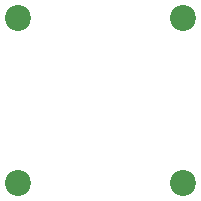
<source format=gbr>
%TF.GenerationSoftware,KiCad,Pcbnew,6.0.10+dfsg-1~bpo11+1*%
%TF.CreationDate,2023-02-10T23:45:53+00:00*%
%TF.ProjectId,kicad-automation-test,6b696361-642d-4617-9574-6f6d6174696f,rev?*%
%TF.SameCoordinates,Original*%
%TF.FileFunction,NonPlated,1,2,NPTH,Drill*%
%TF.FilePolarity,Positive*%
%FSLAX46Y46*%
G04 Gerber Fmt 4.6, Leading zero omitted, Abs format (unit mm)*
G04 Created by KiCad (PCBNEW 6.0.10+dfsg-1~bpo11+1) date 2023-02-10 23:45:53*
%MOMM*%
%LPD*%
G01*
G04 APERTURE LIST*
%TA.AperFunction,ComponentDrill*%
%ADD10C,2.200000*%
%TD*%
G04 APERTURE END LIST*
D10*
%TO.C,H3*%
X134000000Y-83000000D03*
%TO.C,H4*%
X134000000Y-97000000D03*
%TO.C,H1*%
X148000000Y-83000000D03*
%TO.C,H2*%
X148000000Y-97000000D03*
M02*

</source>
